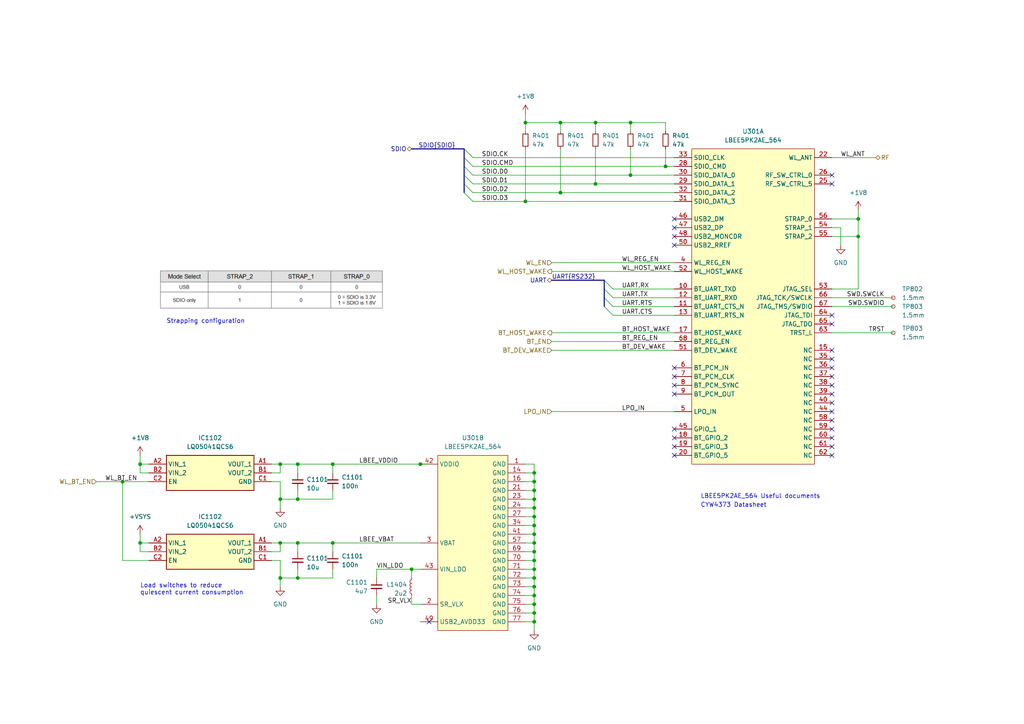
<source format=kicad_sch>
(kicad_sch (version 20230121) (generator eeschema)
  (paper "A4")
  (title_block (title "Watch Bluetooth") (rev "2"))
  (lib_symbols
    (symbol "Connector:TestPoint_Small" (pin_numbers hide) (pin_names (offset 0.762) hide)
      (property "Reference" "TP" (at 0 3.81 0))
      (property "Value" "TestPoint_Small" (at 0 2.032 0))
      (symbol "TestPoint_Small_0_1"
        (circle (center 0 0) (radius 0.508))
      )
      (symbol "TestPoint_Small_1_1"
        (pin passive line (at 0 0 90) (length 0) (name "1") (number "1"))
      )
    )
    (symbol "Device:C_Small" (pin_numbers hide) (pin_names (offset 0.254) hide)
      (property "Reference" "C" (at 0.254 1.778 0))
      (property "Value" "C_Small" (at 0.254 -2.032 0))
      (symbol "C_Small_0_1"
        (polyline (pts (xy -1.524 -0.508) (xy 1.524 -0.508)) (stroke (width 0.3302)))
        (polyline (pts (xy -1.524 0.508) (xy 1.524 0.508)) (stroke (width 0.3048)))
      )
      (symbol "C_Small_1_1"
        (pin passive line (at 0 2.54 270) (length 2.032) (name "~") (number "1"))
        (pin passive line (at 0 -2.54 90) (length 2.032) (name "~") (number "2"))
      )
    )
    (symbol "Device:L_Small" (pin_numbers hide) (pin_names (offset 0.254) hide)
      (property "Reference" "L" (at 0.762 1.016 0))
      (property "Value" "L_Small" (at 0.762 -1.016 0))
      (symbol "L_Small_0_1"
        (arc (start 0 -2.032) (mid 0.5058 -1.524) (end 0 -1.016))
        (arc (start 0 -1.016) (mid 0.5058 -0.508) (end 0 0))
        (arc (start 0 0) (mid 0.5058 0.508) (end 0 1.016))
        (arc (start 0 1.016) (mid 0.5058 1.524) (end 0 2.032))
      )
      (symbol "L_Small_1_1"
        (pin passive line (at 0 2.54 270) (length 0.508) (name "~") (number "1"))
        (pin passive line (at 0 -2.54 90) (length 0.508) (name "~") (number "2"))
      )
    )
    (symbol "Device:R_Small" (pin_numbers hide) (pin_names (offset 0.254) hide)
      (property "Reference" "R" (at 0.762 0.508 0))
      (property "Value" "R_Small" (at 0.762 -1.016 0))
      (symbol "R_Small_0_1"
        (rectangle (start -0.762 1.778) (end 0.762 -1.778) (stroke (width 0.2032)))
      )
      (symbol "R_Small_1_1"
        (pin passive line (at 0 2.54 270) (length 0.762) (name "~") (number "1"))
        (pin passive line (at 0 -2.54 90) (length 0.762) (name "~") (number "2"))
      )
    )
    (symbol "LBEE5PK2AE_564:LBEE5PK2AE_564"
      (property "Reference" "U" (at 0 30.48 0))
      (property "Value" "LBEE5PK2AE_564" (at 0 27.94 0))
      (symbol "LBEE5PK2AE_564_1_0"
        (pin passive line (at -22.86 -15.24 0) (length 5.08) (name "BT_UART_TXD") (number "10"))
        (pin passive line (at -22.86 -20.32 0) (length 5.08) (name "BT_UART_CTS_N") (number "11"))
        (pin passive line (at -22.86 -17.78 0) (length 5.08) (name "BT_UART_RXD") (number "12"))
        (pin passive line (at -22.86 -22.86 0) (length 5.08) (name "BT_UART_RTS_N") (number "13"))
        (pin passive line (at 22.86 -33.02 180) (length 5.08) (name "NC") (number "15"))
        (pin passive line (at -22.86 -27.94 0) (length 5.08) (name "BT_HOST_WAKE") (number "17"))
        (pin passive line (at -22.86 -58.42 0) (length 5.08) (name "BT_GPIO_2") (number "18"))
        (pin passive line (at -22.86 -60.96 0) (length 5.08) (name "BT_GPIO_3") (number "19"))
        (pin passive line (at -22.86 -63.5 0) (length 5.08) (name "BT_GPIO_5") (number "20"))
        (pin passive line (at 22.86 22.86 180) (length 5.08) (name "WL_ANT") (number "22"))
        (pin passive line (at 22.86 15.24 180) (length 5.08) (name "RF_SW_CTRL_5") (number "25"))
        (pin passive line (at 22.86 17.78 180) (length 5.08) (name "RF_SW_CTRL_0") (number "26"))
        (pin passive line (at -22.86 20.32 0) (length 5.08) (name "SDIO_CMD") (number "28"))
        (pin passive line (at -22.86 15.24 0) (length 5.08) (name "SDIO_DATA_1") (number "29"))
        (pin passive line (at -22.86 17.78 0) (length 5.08) (name "SDIO_DATA_0") (number "30"))
        (pin passive line (at -22.86 10.16 0) (length 5.08) (name "SDIO_DATA_3") (number "31"))
        (pin passive line (at -22.86 12.7 0) (length 5.08) (name "SDIO_DATA_2") (number "32"))
        (pin passive line (at -22.86 22.86 0) (length 5.08) (name "SDIO_CLK") (number "33"))
        (pin passive line (at 22.86 -35.56 180) (length 5.08) (name "NC") (number "35"))
        (pin passive line (at 22.86 -38.1 180) (length 5.08) (name "NC") (number "36"))
        (pin passive line (at 22.86 -40.64 180) (length 5.08) (name "NC") (number "37"))
        (pin passive line (at 22.86 -43.18 180) (length 5.08) (name "NC") (number "38"))
        (pin passive line (at 22.86 -45.72 180) (length 5.08) (name "NC") (number "39"))
        (pin passive line (at -22.86 -7.62 0) (length 5.08) (name "WL_REG_EN") (number "4"))
        (pin passive line (at 22.86 -48.26 180) (length 5.08) (name "NC") (number "40"))
        (pin passive line (at 22.86 -50.8 180) (length 5.08) (name "NC") (number "44"))
        (pin passive line (at -22.86 -55.88 0) (length 5.08) (name "GPIO_1") (number "45"))
        (pin passive line (at -22.86 5.08 0) (length 5.08) (name "USB2_DM") (number "46"))
        (pin passive line (at -22.86 2.54 0) (length 5.08) (name "USB2_DP") (number "47"))
        (pin passive line (at -22.86 0 0) (length 5.08) (name "USB2_MONCDR") (number "48"))
        (pin passive line (at -22.86 -50.8 0) (length 5.08) (name "LPO_IN") (number "5"))
        (pin passive line (at -22.86 -2.54 0) (length 5.08) (name "USB2_RREF") (number "50"))
        (pin passive line (at -22.86 -33.02 0) (length 5.08) (name "BT_DEV_WAKE") (number "51"))
        (pin passive line (at -22.86 -10.16 0) (length 5.08) (name "WL_HOST_WAKE") (number "52"))
        (pin passive line (at 22.86 -15.24 180) (length 5.08) (name "JTAG_SEL") (number "53"))
        (pin passive line (at 22.86 2.54 180) (length 5.08) (name "STRAP_1") (number "54"))
        (pin passive line (at 22.86 0 180) (length 5.08) (name "STRAP_2") (number "55"))
        (pin passive line (at 22.86 5.08 180) (length 5.08) (name "STRAP_0") (number "56"))
        (pin passive line (at 22.86 -53.34 180) (length 5.08) (name "NC") (number "58"))
        (pin passive line (at 22.86 -55.88 180) (length 5.08) (name "NC") (number "59"))
        (pin passive line (at -22.86 -38.1 0) (length 5.08) (name "BT_PCM_IN") (number "6"))
        (pin passive line (at 22.86 -58.42 180) (length 5.08) (name "NC") (number "60"))
        (pin passive line (at 22.86 -60.96 180) (length 5.08) (name "NC") (number "61"))
        (pin passive line (at 22.86 -63.5 180) (length 5.08) (name "NC") (number "62"))
        (pin passive line (at 22.86 -27.94 180) (length 5.08) (name "TRST_L") (number "63"))
        (pin passive line (at 22.86 -22.86 180) (length 5.08) (name "JTAG_TDI") (number "64"))
        (pin passive line (at 22.86 -25.4 180) (length 5.08) (name "JTAG_TDO") (number "65"))
        (pin passive line (at 22.86 -17.78 180) (length 5.08) (name "JTAG_TCK/SWCLK") (number "66"))
        (pin passive line (at 22.86 -20.32 180) (length 5.08) (name "JTAG_TMS/SWDIO") (number "67"))
        (pin passive line (at -22.86 -30.48 0) (length 5.08) (name "BT_REG_EN") (number "68"))
        (pin passive line (at -22.86 -40.64 0) (length 5.08) (name "BT_PCM_CLK") (number "7"))
        (pin passive line (at -22.86 -43.18 0) (length 5.08) (name "BT_PCM_SYNC") (number "8"))
        (pin passive line (at -22.86 -45.72 0) (length 5.08) (name "BT_PCM_OUT") (number "9"))
      )
      (symbol "LBEE5PK2AE_564_1_1"
        (rectangle (start -17.78 25.4) (end 17.78 -66.04) (fill (type background)))
      )
      (symbol "LBEE5PK2AE_564_2_0"
        (pin passive line (at 15.24 22.86 180) (length 5.08) (name "GND") (number "1"))
        (pin passive line (at 15.24 20.32 180) (length 5.08) (name "GND") (number "14"))
        (pin passive line (at 15.24 17.78 180) (length 5.08) (name "GND") (number "16"))
        (pin passive line (at -15.24 -17.78 0) (length 5.08) (name "SR_VLX") (number "2"))
        (pin passive line (at 15.24 15.24 180) (length 5.08) (name "GND") (number "21"))
        (pin passive line (at 15.24 12.7 180) (length 5.08) (name "GND") (number "23"))
        (pin passive line (at 15.24 10.16 180) (length 5.08) (name "GND") (number "24"))
        (pin passive line (at 15.24 7.62 180) (length 5.08) (name "GND") (number "27"))
        (pin passive line (at -15.24 0 0) (length 5.08) (name "VBAT") (number "3"))
        (pin passive line (at 15.24 5.08 180) (length 5.08) (name "GND") (number "34"))
        (pin passive line (at 15.24 2.54 180) (length 5.08) (name "GND") (number "41"))
        (pin passive line (at -15.24 22.86 0) (length 5.08) (name "VDDIO") (number "42"))
        (pin passive line (at -15.24 -7.62 0) (length 5.08) (name "VIN_LDO") (number "43"))
        (pin passive line (at -15.24 -22.86 0) (length 5.08) (name "USB2_AVDD33") (number "49"))
        (pin passive line (at 15.24 0 180) (length 5.08) (name "GND") (number "57"))
        (pin passive line (at 15.24 -2.54 180) (length 5.08) (name "GND") (number "69"))
        (pin passive line (at 15.24 -5.08 180) (length 5.08) (name "GND") (number "70"))
        (pin passive line (at 15.24 -7.62 180) (length 5.08) (name "GND") (number "71"))
        (pin passive line (at 15.24 -10.16 180) (length 5.08) (name "GND") (number "72"))
        (pin passive line (at 15.24 -12.7 180) (length 5.08) (name "GND") (number "73"))
        (pin passive line (at 15.24 -15.24 180) (length 5.08) (name "GND") (number "74"))
        (pin passive line (at 15.24 -17.78 180) (length 5.08) (name "GND") (number "75"))
        (pin passive line (at 15.24 -20.32 180) (length 5.08) (name "GND") (number "76"))
        (pin passive line (at 15.24 -22.86 180) (length 5.08) (name "GND") (number "77"))
      )
      (symbol "LBEE5PK2AE_564_2_1"
        (rectangle (start -10.16 25.4) (end 10.16 -25.4) (fill (type background)))
      )
    )
    (symbol "LBEE5PK2AE_564_1"
      (property "Reference" "U" (at 0 30.48 0))
      (property "Value" "LBEE5PK2AE_564" (at 0 27.94 0))
      (symbol "LBEE5PK2AE_564_1_1_0"
        (pin passive line (at -22.86 -15.24 0) (length 5.08) (name "BT_UART_TXD") (number "10"))
        (pin passive line (at -22.86 -20.32 0) (length 5.08) (name "BT_UART_CTS_N") (number "11"))
        (pin passive line (at -22.86 -17.78 0) (length 5.08) (name "BT_UART_RXD") (number "12"))
        (pin passive line (at -22.86 -22.86 0) (length 5.08) (name "BT_UART_RTS_N") (number "13"))
        (pin passive line (at 22.86 -33.02 180) (length 5.08) (name "NC") (number "15"))
        (pin passive line (at -22.86 -27.94 0) (length 5.08) (name "BT_HOST_WAKE") (number "17"))
        (pin passive line (at -22.86 -58.42 0) (length 5.08) (name "BT_GPIO_2") (number "18"))
        (pin passive line (at -22.86 -60.96 0) (length 5.08) (name "BT_GPIO_3") (number "19"))
        (pin passive line (at -22.86 -63.5 0) (length 5.08) (name "BT_GPIO_5") (number "20"))
        (pin passive line (at 22.86 22.86 180) (length 5.08) (name "WL_ANT") (number "22"))
        (pin passive line (at 22.86 15.24 180) (length 5.08) (name "RF_SW_CTRL_5") (number "25"))
        (pin passive line (at 22.86 17.78 180) (length 5.08) (name "RF_SW_CTRL_0") (number "26"))
        (pin passive line (at -22.86 20.32 0) (length 5.08) (name "SDIO_CMD") (number "28"))
        (pin passive line (at -22.86 15.24 0) (length 5.08) (name "SDIO_DATA_1") (number "29"))
        (pin passive line (at -22.86 17.78 0) (length 5.08) (name "SDIO_DATA_0") (number "30"))
        (pin passive line (at -22.86 10.16 0) (length 5.08) (name "SDIO_DATA_3") (number "31"))
        (pin passive line (at -22.86 12.7 0) (length 5.08) (name "SDIO_DATA_2") (number "32"))
        (pin passive line (at -22.86 22.86 0) (length 5.08) (name "SDIO_CLK") (number "33"))
        (pin passive line (at 22.86 -35.56 180) (length 5.08) (name "NC") (number "35"))
        (pin passive line (at 22.86 -38.1 180) (length 5.08) (name "NC") (number "36"))
        (pin passive line (at 22.86 -40.64 180) (length 5.08) (name "NC") (number "37"))
        (pin passive line (at 22.86 -43.18 180) (length 5.08) (name "NC") (number "38"))
        (pin passive line (at 22.86 -45.72 180) (length 5.08) (name "NC") (number "39"))
        (pin passive line (at -22.86 -7.62 0) (length 5.08) (name "WL_REG_EN") (number "4"))
        (pin passive line (at 22.86 -48.26 180) (length 5.08) (name "NC") (number "40"))
        (pin passive line (at 22.86 -50.8 180) (length 5.08) (name "NC") (number "44"))
        (pin passive line (at -22.86 -55.88 0) (length 5.08) (name "GPIO_1") (number "45"))
        (pin passive line (at -22.86 5.08 0) (length 5.08) (name "USB2_DM") (number "46"))
        (pin passive line (at -22.86 2.54 0) (length 5.08) (name "USB2_DP") (number "47"))
        (pin passive line (at -22.86 0 0) (length 5.08) (name "USB2_MONCDR") (number "48"))
        (pin passive line (at -22.86 -50.8 0) (length 5.08) (name "LPO_IN") (number "5"))
        (pin passive line (at -22.86 -2.54 0) (length 5.08) (name "USB2_RREF") (number "50"))
        (pin passive line (at -22.86 -33.02 0) (length 5.08) (name "BT_DEV_WAKE") (number "51"))
        (pin passive line (at -22.86 -10.16 0) (length 5.08) (name "WL_HOST_WAKE") (number "52"))
        (pin passive line (at 22.86 -15.24 180) (length 5.08) (name "JTAG_SEL") (number "53"))
        (pin passive line (at 22.86 2.54 180) (length 5.08) (name "STRAP_1") (number "54"))
        (pin passive line (at 22.86 0 180) (length 5.08) (name "STRAP_2") (number "55"))
        (pin passive line (at 22.86 5.08 180) (length 5.08) (name "STRAP_0") (number "56"))
        (pin passive line (at 22.86 -53.34 180) (length 5.08) (name "NC") (number "58"))
        (pin passive line (at 22.86 -55.88 180) (length 5.08) (name "NC") (number "59"))
        (pin passive line (at -22.86 -38.1 0) (length 5.08) (name "BT_PCM_IN") (number "6"))
        (pin passive line (at 22.86 -58.42 180) (length 5.08) (name "NC") (number "60"))
        (pin passive line (at 22.86 -60.96 180) (length 5.08) (name "NC") (number "61"))
        (pin passive line (at 22.86 -63.5 180) (length 5.08) (name "NC") (number "62"))
        (pin passive line (at 22.86 -27.94 180) (length 5.08) (name "TRST_L") (number "63"))
        (pin passive line (at 22.86 -22.86 180) (length 5.08) (name "JTAG_TDI") (number "64"))
        (pin passive line (at 22.86 -25.4 180) (length 5.08) (name "JTAG_TDO") (number "65"))
        (pin passive line (at 22.86 -17.78 180) (length 5.08) (name "JTAG_TCK/SWCLK") (number "66"))
        (pin passive line (at 22.86 -20.32 180) (length 5.08) (name "JTAG_TMS/SWDIO") (number "67"))
        (pin passive line (at -22.86 -30.48 0) (length 5.08) (name "BT_REG_EN") (number "68"))
        (pin passive line (at -22.86 -40.64 0) (length 5.08) (name "BT_PCM_CLK") (number "7"))
        (pin passive line (at -22.86 -43.18 0) (length 5.08) (name "BT_PCM_SYNC") (number "8"))
        (pin passive line (at -22.86 -45.72 0) (length 5.08) (name "BT_PCM_OUT") (number "9"))
      )
      (symbol "LBEE5PK2AE_564_1_1_1"
        (rectangle (start -17.78 25.4) (end 17.78 -66.04) (fill (type background)))
      )
      (symbol "LBEE5PK2AE_564_1_2_0"
        (pin passive line (at 15.24 22.86 180) (length 5.08) (name "GND") (number "1"))
        (pin passive line (at 15.24 20.32 180) (length 5.08) (name "GND") (number "14"))
        (pin passive line (at 15.24 17.78 180) (length 5.08) (name "GND") (number "16"))
        (pin passive line (at -15.24 -7.62 0) (length 5.08) (name "SR_VLX") (number "2"))
        (pin passive line (at 15.24 15.24 180) (length 5.08) (name "GND") (number "21"))
        (pin passive line (at 15.24 12.7 180) (length 5.08) (name "GND") (number "23"))
        (pin passive line (at 15.24 10.16 180) (length 5.08) (name "GND") (number "24"))
        (pin passive line (at 15.24 7.62 180) (length 5.08) (name "GND") (number "27"))
        (pin passive line (at -15.24 12.7 0) (length 5.08) (name "VBAT") (number "3"))
        (pin passive line (at 15.24 5.08 180) (length 5.08) (name "GND") (number "34"))
        (pin passive line (at 15.24 2.54 180) (length 5.08) (name "GND") (number "41"))
        (pin passive line (at -15.24 22.86 0) (length 5.08) (name "VDDIO") (number "42"))
        (pin passive line (at -15.24 2.54 0) (length 5.08) (name "VIN_LDO") (number "43"))
        (pin passive line (at -15.24 -22.86 0) (length 5.08) (name "USB2_AVDD33") (number "49"))
        (pin passive line (at 15.24 0 180) (length 5.08) (name "GND") (number "57"))
        (pin passive line (at 15.24 -2.54 180) (length 5.08) (name "GND") (number "69"))
        (pin passive line (at 15.24 -5.08 180) (length 5.08) (name "GND") (number "70"))
        (pin passive line (at 15.24 -7.62 180) (length 5.08) (name "GND") (number "71"))
        (pin passive line (at 15.24 -10.16 180) (length 5.08) (name "GND") (number "72"))
        (pin passive line (at 15.24 -12.7 180) (length 5.08) (name "GND") (number "73"))
        (pin passive line (at 15.24 -15.24 180) (length 5.08) (name "GND") (number "74"))
        (pin passive line (at 15.24 -17.78 180) (length 5.08) (name "GND") (number "75"))
        (pin passive line (at 15.24 -20.32 180) (length 5.08) (name "GND") (number "76"))
        (pin passive line (at 15.24 -22.86 180) (length 5.08) (name "GND") (number "77"))
      )
      (symbol "LBEE5PK2AE_564_1_2_1"
        (rectangle (start -10.16 25.4) (end 10.16 -25.4) (fill (type background)))
      )
    )
    (symbol "LQ05041QCS6:LQ05041QCS6"
      (property "Reference" "U" (at 0 10.16 0))
      (property "Value" "LQ05041QCS6" (at 0 7.62 0))
      (symbol "LQ05041QCS6_1_1"
        (rectangle (start -12.7 5.08) (end 12.7 -5.08) (stroke (width 0.254)) (fill (type background)))
        (pin passive line (at 17.78 2.54 180) (length 5.08) (name "VOUT_1") (number "A1"))
        (pin passive line (at -17.78 2.54 0) (length 5.08) (name "VIN_1") (number "A2"))
        (pin passive line (at 17.78 0 180) (length 5.08) (name "VOUT_2") (number "B1"))
        (pin passive line (at -17.78 0 0) (length 5.08) (name "VIN_2") (number "B2"))
        (pin passive line (at 17.78 -2.54 180) (length 5.08) (name "GND") (number "C1"))
        (pin passive line (at -17.78 -2.54 0) (length 5.08) (name "EN") (number "C2"))
      )
    )
    (symbol "power:+1V8" (power) (pin_names (offset 0))
      (property "Value" "+1V8" (at 0 3.556 0))
      (symbol "+1V8_0_1"
        (polyline (pts (xy -0.762 1.27) (xy 0 2.54)))
        (polyline (pts (xy 0 0) (xy 0 2.54)))
        (polyline (pts (xy 0 2.54) (xy 0.762 1.27)))
      )
      (symbol "+1V8_1_1"
        (pin power_in line (at 0 0 90) (length 0) hide (name "+1V8") (number "1"))
      )
    )
    (symbol "power:GND" (power) (pin_names (offset 0))
      (property "Value" "GND" (at 0 -3.81 0))
      (symbol "GND_0_1"
        (polyline (pts (xy 0 0) (xy 0 -1.27) (xy 1.27 -1.27) (xy 0 -2.54) (xy -1.27 -1.27) (xy 0 -1.27)))
      )
      (symbol "GND_1_1"
        (pin power_in line (at 0 0 270) (length 0) hide (name "GND") (number "1"))
      )
    )
    (symbol "watch_symbols_lib:+VSYS" (power) (pin_names (offset 0))
      (property "Value" "+VSYS" (at 0 3.556 0))
      (symbol "+VSYS_0_1"
        (polyline (pts (xy -0.762 1.27) (xy 0 2.54)))
        (polyline (pts (xy 0 0) (xy 0 2.54)))
        (polyline (pts (xy 0 2.54) (xy 0.762 1.27)))
      )
      (symbol "+VSYS_1_1"
        (pin power_in line (at 0 0 90) (length 0) hide (name "+VSYS") (number "1"))
      )
    )
  )
  (junction (at 248.92 68.58))
  (junction (at 81.28 157.48))
  (junction (at 248.92 63.5))
  (junction (at 152.4 58.42))
  (junction (at 154.94 162.56))
  (junction (at 154.94 180.34))
  (junction (at 162.56 35.56))
  (junction (at 86.36 134.62))
  (junction (at 154.94 152.4))
  (junction (at 154.94 149.86))
  (junction (at 193.04 48.26))
  (junction (at 40.64 134.62))
  (junction (at 154.94 160.02))
  (junction (at 172.72 35.56))
  (junction (at 81.28 134.62))
  (junction (at 154.94 154.94))
  (junction (at 154.94 139.7))
  (junction (at 154.94 175.26))
  (junction (at 154.94 142.24))
  (junction (at 86.36 144.78))
  (junction (at 96.52 157.48))
  (junction (at 96.52 134.62))
  (junction (at 81.28 167.64))
  (junction (at 121.92 134.62))
  (junction (at 154.94 165.1))
  (junction (at 154.94 177.8))
  (junction (at 81.28 144.78))
  (junction (at 172.72 53.34))
  (junction (at 154.94 137.16))
  (junction (at 35.56 139.7))
  (junction (at 86.36 157.48))
  (junction (at 86.36 167.64))
  (junction (at 40.64 157.48))
  (junction (at 152.4 35.56))
  (junction (at 154.94 172.72))
  (junction (at 154.94 144.78))
  (junction (at 154.94 170.18))
  (junction (at 154.94 157.48))
  (junction (at 162.56 55.88))
  (junction (at 154.94 167.64))
  (junction (at 154.94 147.32))
  (junction (at 182.88 50.8))
  (junction (at 119.38 165.1))
  (junction (at 182.88 35.56))
  (no_connect (at 241.3 93.98))
  (no_connect (at 241.3 101.6))
  (no_connect (at 241.3 119.38))
  (no_connect (at 195.58 63.5))
  (no_connect (at 195.58 114.3))
  (no_connect (at 241.3 129.54))
  (no_connect (at 241.3 109.22))
  (no_connect (at 241.3 124.46))
  (no_connect (at 241.3 116.84))
  (no_connect (at 241.3 111.76))
  (no_connect (at 124.46 180.34))
  (no_connect (at 195.58 124.46))
  (no_connect (at 241.3 121.92))
  (no_connect (at 241.3 50.8))
  (no_connect (at 241.3 104.14))
  (no_connect (at 241.3 114.3))
  (no_connect (at 195.58 66.04))
  (no_connect (at 241.3 53.34))
  (no_connect (at 241.3 132.08))
  (no_connect (at 195.58 129.54))
  (no_connect (at 195.58 106.68))
  (no_connect (at 195.58 109.22))
  (no_connect (at 195.58 71.12))
  (no_connect (at 195.58 111.76))
  (no_connect (at 195.58 68.58))
  (no_connect (at 195.58 127))
  (no_connect (at 241.3 106.68))
  (no_connect (at 241.3 91.44))
  (no_connect (at 241.3 127))
  (no_connect (at 195.58 132.08))
  (bus_entry (at 175.26 86.36) (size 2.54 2.54))
  (bus_entry (at 134.62 45.72) (size 2.54 2.54))
  (bus_entry (at 134.62 53.34) (size 2.54 2.54))
  (bus_entry (at 175.26 83.82) (size 2.54 2.54))
  (bus_entry (at 175.26 88.9) (size 2.54 2.54))
  (bus_entry (at 175.26 81.28) (size 2.54 2.54))
  (bus_entry (at 134.62 55.88) (size 2.54 2.54))
  (bus_entry (at 134.62 43.18) (size 2.54 2.54))
  (bus_entry (at 134.62 50.8) (size 2.54 2.54))
  (bus_entry (at 134.62 48.26) (size 2.54 2.54))
  (wire (pts (xy 81.28 134.62) (xy 86.36 134.62)))
  (wire (pts (xy 172.72 35.56) (xy 172.72 38.1)))
  (wire (pts (xy 137.16 48.26) (xy 193.04 48.26)))
  (wire (pts (xy 154.94 165.1) (xy 154.94 167.64)))
  (wire (pts (xy 154.94 142.24) (xy 154.94 144.78)))
  (wire (pts (xy 43.18 137.16) (xy 40.64 137.16)))
  (wire (pts (xy 137.16 58.42) (xy 152.4 58.42)))
  (wire (pts (xy 109.22 172.72) (xy 109.22 175.26)))
  (wire (pts (xy 137.16 55.88) (xy 162.56 55.88)))
  (wire (pts (xy 35.56 139.7) (xy 43.18 139.7)))
  (wire (pts (xy 78.74 162.56) (xy 81.28 162.56)))
  (wire (pts (xy 154.94 139.7) (xy 154.94 142.24)))
  (wire (pts (xy 154.94 177.8) (xy 152.4 177.8)))
  (wire (pts (xy 154.94 157.48) (xy 154.94 160.02)))
  (wire (pts (xy 241.3 63.5) (xy 248.92 63.5)))
  (wire (pts (xy 40.64 134.62) (xy 40.64 137.16)))
  (wire (pts (xy 35.56 162.56) (xy 43.18 162.56)))
  (wire (pts (xy 43.18 134.62) (xy 40.64 134.62)))
  (wire (pts (xy 193.04 43.18) (xy 193.04 48.26)))
  (wire (pts (xy 241.3 96.52) (xy 259.08 96.52)))
  (wire (pts (xy 81.28 144.78) (xy 81.28 147.32)))
  (wire (pts (xy 152.4 35.56) (xy 152.4 38.1)))
  (wire (pts (xy 40.64 157.48) (xy 40.64 160.02)))
  (wire (pts (xy 81.28 139.7) (xy 81.28 144.78)))
  (wire (pts (xy 154.94 144.78) (xy 154.94 147.32)))
  (bus (pts (xy 175.26 86.36) (xy 175.26 88.9)))
  (wire (pts (xy 81.28 167.64) (xy 81.28 170.18)))
  (wire (pts (xy 119.38 172.72) (xy 119.38 175.26)))
  (wire (pts (xy 96.52 157.48) (xy 86.36 157.48)))
  (wire (pts (xy 177.8 83.82) (xy 195.58 83.82)))
  (wire (pts (xy 248.92 68.58) (xy 248.92 83.82)))
  (wire (pts (xy 154.94 160.02) (xy 152.4 160.02)))
  (wire (pts (xy 119.38 167.64) (xy 119.38 165.1)))
  (bus (pts (xy 175.26 81.28) (xy 175.26 83.82)))
  (wire (pts (xy 154.94 149.86) (xy 154.94 152.4)))
  (wire (pts (xy 40.64 157.48) (xy 43.18 157.48)))
  (wire (pts (xy 193.04 35.56) (xy 193.04 38.1)))
  (wire (pts (xy 154.94 167.64) (xy 152.4 167.64)))
  (wire (pts (xy 40.64 132.08) (xy 40.64 134.62)))
  (wire (pts (xy 154.94 154.94) (xy 152.4 154.94)))
  (wire (pts (xy 241.3 88.9) (xy 259.08 88.9)))
  (wire (pts (xy 27.94 139.7) (xy 35.56 139.7)))
  (wire (pts (xy 160.02 119.38) (xy 195.58 119.38)))
  (wire (pts (xy 152.4 43.18) (xy 152.4 58.42)))
  (wire (pts (xy 248.92 60.96) (xy 248.92 63.5)))
  (wire (pts (xy 35.56 139.7) (xy 35.56 162.56)))
  (wire (pts (xy 160.02 76.2) (xy 195.58 76.2)))
  (wire (pts (xy 177.8 86.36) (xy 195.58 86.36)))
  (wire (pts (xy 96.52 134.62) (xy 121.92 134.62)))
  (wire (pts (xy 152.4 58.42) (xy 195.58 58.42)))
  (wire (pts (xy 154.94 172.72) (xy 154.94 175.26)))
  (wire (pts (xy 162.56 35.56) (xy 172.72 35.56)))
  (wire (pts (xy 78.74 157.48) (xy 81.28 157.48)))
  (wire (pts (xy 78.74 134.62) (xy 81.28 134.62)))
  (wire (pts (xy 86.36 144.78) (xy 96.52 144.78)))
  (wire (pts (xy 96.52 165.1) (xy 96.52 167.64)))
  (wire (pts (xy 109.22 167.64) (xy 109.22 165.1)))
  (wire (pts (xy 78.74 160.02) (xy 81.28 160.02)))
  (wire (pts (xy 86.36 165.1) (xy 86.36 167.64)))
  (wire (pts (xy 160.02 101.6) (xy 195.58 101.6)))
  (wire (pts (xy 172.72 35.56) (xy 182.88 35.56)))
  (wire (pts (xy 182.88 35.56) (xy 193.04 35.56)))
  (wire (pts (xy 154.94 157.48) (xy 152.4 157.48)))
  (wire (pts (xy 137.16 45.72) (xy 195.58 45.72)))
  (wire (pts (xy 154.94 180.34) (xy 152.4 180.34)))
  (wire (pts (xy 154.94 167.64) (xy 154.94 170.18)))
  (wire (pts (xy 160.02 78.74) (xy 195.58 78.74)))
  (wire (pts (xy 182.88 43.18) (xy 182.88 50.8)))
  (wire (pts (xy 182.88 35.56) (xy 182.88 38.1)))
  (wire (pts (xy 96.52 134.62) (xy 86.36 134.62)))
  (wire (pts (xy 154.94 175.26) (xy 152.4 175.26)))
  (wire (pts (xy 96.52 142.24) (xy 96.52 144.78)))
  (wire (pts (xy 154.94 165.1) (xy 152.4 165.1)))
  (wire (pts (xy 162.56 55.88) (xy 195.58 55.88)))
  (wire (pts (xy 243.84 66.04) (xy 241.3 66.04)))
  (wire (pts (xy 154.94 134.62) (xy 154.94 137.16)))
  (wire (pts (xy 81.28 134.62) (xy 81.28 137.16)))
  (wire (pts (xy 154.94 162.56) (xy 152.4 162.56)))
  (wire (pts (xy 254 45.72) (xy 241.3 45.72)))
  (wire (pts (xy 78.74 137.16) (xy 81.28 137.16)))
  (wire (pts (xy 86.36 167.64) (xy 96.52 167.64)))
  (wire (pts (xy 154.94 149.86) (xy 152.4 149.86)))
  (bus (pts (xy 134.62 48.26) (xy 134.62 50.8)))
  (wire (pts (xy 154.94 147.32) (xy 152.4 147.32)))
  (wire (pts (xy 121.92 134.62) (xy 124.46 134.62)))
  (bus (pts (xy 134.62 43.18) (xy 119.38 43.18)))
  (wire (pts (xy 43.18 160.02) (xy 40.64 160.02)))
  (bus (pts (xy 134.62 53.34) (xy 134.62 55.88)))
  (wire (pts (xy 154.94 172.72) (xy 152.4 172.72)))
  (wire (pts (xy 241.3 68.58) (xy 248.92 68.58)))
  (wire (pts (xy 154.94 147.32) (xy 154.94 149.86)))
  (wire (pts (xy 81.28 144.78) (xy 86.36 144.78)))
  (wire (pts (xy 154.94 137.16) (xy 152.4 137.16)))
  (wire (pts (xy 137.16 50.8) (xy 182.88 50.8)))
  (wire (pts (xy 154.94 144.78) (xy 152.4 144.78)))
  (wire (pts (xy 119.38 165.1) (xy 121.92 165.1)))
  (wire (pts (xy 152.4 35.56) (xy 162.56 35.56)))
  (wire (pts (xy 96.52 157.48) (xy 121.92 157.48)))
  (wire (pts (xy 81.28 157.48) (xy 86.36 157.48)))
  (wire (pts (xy 81.28 157.48) (xy 81.28 160.02)))
  (wire (pts (xy 154.94 177.8) (xy 154.94 180.34)))
  (wire (pts (xy 40.64 154.94) (xy 40.64 157.48)))
  (wire (pts (xy 172.72 53.34) (xy 195.58 53.34)))
  (bus (pts (xy 134.62 50.8) (xy 134.62 53.34)))
  (wire (pts (xy 243.84 66.04) (xy 243.84 71.12)))
  (wire (pts (xy 154.94 160.02) (xy 154.94 162.56)))
  (wire (pts (xy 154.94 170.18) (xy 152.4 170.18)))
  (wire (pts (xy 81.28 162.56) (xy 81.28 167.64)))
  (wire (pts (xy 154.94 152.4) (xy 154.94 154.94)))
  (wire (pts (xy 154.94 154.94) (xy 154.94 157.48)))
  (wire (pts (xy 154.94 142.24) (xy 152.4 142.24)))
  (wire (pts (xy 154.94 134.62) (xy 152.4 134.62)))
  (wire (pts (xy 160.02 96.52) (xy 195.58 96.52)))
  (wire (pts (xy 86.36 157.48) (xy 86.36 160.02)))
  (wire (pts (xy 119.38 175.26) (xy 121.92 175.26)))
  (wire (pts (xy 177.8 91.44) (xy 195.58 91.44)))
  (wire (pts (xy 96.52 160.02) (xy 96.52 157.48)))
  (bus (pts (xy 175.26 81.28) (xy 160.02 81.28)))
  (wire (pts (xy 154.94 139.7) (xy 152.4 139.7)))
  (wire (pts (xy 172.72 43.18) (xy 172.72 53.34)))
  (bus (pts (xy 134.62 45.72) (xy 134.62 48.26)))
  (wire (pts (xy 154.94 170.18) (xy 154.94 172.72)))
  (wire (pts (xy 182.88 50.8) (xy 195.58 50.8)))
  (wire (pts (xy 86.36 142.24) (xy 86.36 144.78)))
  (wire (pts (xy 162.56 35.56) (xy 162.56 38.1)))
  (wire (pts (xy 109.22 165.1) (xy 119.38 165.1)))
  (wire (pts (xy 193.04 48.26) (xy 195.58 48.26)))
  (wire (pts (xy 162.56 43.18) (xy 162.56 55.88)))
  (wire (pts (xy 177.8 88.9) (xy 195.58 88.9)))
  (bus (pts (xy 175.26 83.82) (xy 175.26 86.36)))
  (wire (pts (xy 154.94 137.16) (xy 154.94 139.7)))
  (wire (pts (xy 152.4 33.02) (xy 152.4 35.56)))
  (wire (pts (xy 154.94 175.26) (xy 154.94 177.8)))
  (wire (pts (xy 241.3 86.36) (xy 259.08 86.36)))
  (bus (pts (xy 134.62 43.18) (xy 134.62 45.72)))
  (wire (pts (xy 137.16 53.34) (xy 172.72 53.34)))
  (wire (pts (xy 160.02 99.06) (xy 195.58 99.06)))
  (wire (pts (xy 248.92 63.5) (xy 248.92 68.58)))
  (wire (pts (xy 78.74 139.7) (xy 81.28 139.7)))
  (wire (pts (xy 154.94 152.4) (xy 152.4 152.4)))
  (wire (pts (xy 96.52 137.16) (xy 96.52 134.62)))
  (wire (pts (xy 241.3 83.82) (xy 248.92 83.82)))
  (wire (pts (xy 81.28 167.64) (xy 86.36 167.64)))
  (wire (pts (xy 86.36 134.62) (xy 86.36 137.16)))
  (wire (pts (xy 154.94 180.34) (xy 154.94 182.88)))
  (wire (pts (xy 154.94 162.56) (xy 154.94 165.1)))
  (image (at 78.74 83.82) (scale 1.14875))
  (text "Strapping configuration" (at 48.26 93.98 0) (effects (font (size 1.27 1.27)) (justify left bottom)))
  (text "LBEE5PK2AE_564 Useful documents" (at 203.2 144.78 0) (effects (font (size 1.27 1.27)) (justify left bottom)))
  (text "Load switches to reduce\nquiescent current consumption" (at 40.64 172.72 0) (effects (font (size 1.27 1.27)) (justify left bottom)))
  (text "CYW4373 Datasheet" (at 203.2 147.32 0) (effects (font (size 1.27 1.27)) (justify left bottom)))
  (label "SWD.SWCLK" (at 256.54 86.36 180))
  (label "SDIO.D2" (at 139.7 55.88 0))
  (label "BT_REG_EN" (at 180.34 99.06 0))
  (label "LBEE_VBAT" (at 104.14 157.48 0))
  (label "VIN_LDO" (at 109.22 165.1 0))
  (label "UART.RTS" (at 180.34 88.9 0))
  (label "SDIO.CMD" (at 139.7 48.26 0))
  (label "UART.RX" (at 180.34 83.82 0))
  (label "SWD.SWDIO" (at 256.54 88.9 180))
  (label "SDIO{SDIO}" (at 132.08 43.18 180))
  (label "WL_HOST_WAKE" (at 180.34 78.74 0))
  (label "SDIO.D1" (at 139.7 53.34 0))
  (label "UART.TX" (at 180.34 86.36 0))
  (label "WL_BT_EN" (at 30.48 139.7 0))
  (label "BT_DEV_WAKE" (at 180.34 101.6 0))
  (label "LBEE_VDDIO" (at 104.14 134.62 0))
  (label "UART.CTS" (at 180.34 91.44 0))
  (label "WL_REG_EN" (at 180.34 76.2 0))
  (label "SDIO.D3" (at 139.7 58.42 0))
  (label "LPO_IN" (at 180.34 119.38 0))
  (label "BT_HOST_WAKE" (at 180.34 96.52 0))
  (label "WL_ANT" (at 243.84 45.72 0))
  (label "SR_VLX" (at 119.38 175.26 180))
  (label "TRST" (at 256.54 96.52 180))
  (label "SDIO.D0" (at 139.7 50.8 0))
  (label "SDIO.CK" (at 139.7 45.72 0))
  (label "UART{RS232}" (at 172.72 81.28 180))
  (hierarchical_label "BT_HOST_WAKE" (shape output) (at 160.02 96.52 180))
  (hierarchical_label "WL_EN" (shape input) (at 160.02 76.2 180))
  (hierarchical_label "BT_DEV_WAKE" (shape input) (at 160.02 101.6 180))
  (hierarchical_label "UART" (shape bidirectional) (at 160.02 81.28 180))
  (hierarchical_label "RF" (shape bidirectional) (at 254 45.72 0))
  (hierarchical_label "SDIO" (shape bidirectional) (at 119.38 43.18 180) (property "DSI" "DSI" (effects hide)))
  (hierarchical_label "BT_EN" (shape input) (at 160.02 99.06 180))
  (hierarchical_label "WL_HOST_WAKE" (shape output) (at 160.02 78.74 180))
  (hierarchical_label "LPO_IN" (shape input) (at 160.02 119.38 180))
  (hierarchical_label "WL_BT_EN" (shape input) (at 27.94 139.7 180))
  (symbol (lib_id "power:GND") (at 243.84 71.12 0) (unit 1)
    (property "Reference" "#PWR0305" (effects hide))
    (property "Value" "GND" (at 243.84 76.2 0))
  )
  (symbol (lib_id "power:+1V8") (at 248.92 60.96 0) (unit 1)
    (property "Reference" "#PWR0304" (effects hide))
    (property "Value" "+1V8" (at 248.92 55.88 0))
  )
  (symbol (lib_id "Device:R_Small") (at 162.56 40.64 0) (mirror y) (unit 1)
    (property "Reference" "R401" (at 164.465 39.37 0) (effects (justify right)))
    (property "Value" "47k" (at 164.465 41.91 0) (effects (justify right)))
    (property "Footprint" "Resistor_SMD:R_0402_1005Metric" (effects hide))
    (instances (project "watch_main" (path "" (reference "R401") (unit 1)) (path "" (reference "R301") (unit 1))))
  )
  (symbol (lib_id "Device:R_Small") (at 152.4 40.64 0) (mirror y) (unit 1)
    (property "Reference" "R401" (at 154.305 39.37 0) (effects (justify right)))
    (property "Value" "47k" (at 154.305 41.91 0) (effects (justify right)))
    (property "Footprint" "Resistor_SMD:R_0402_1005Metric" (effects hide))
    (instances (project "watch_main" (path "" (reference "R401") (unit 1)) (path "" (reference "R304") (unit 1))))
  )
  (symbol (lib_id "Device:R_Small") (at 193.04 40.64 0) (mirror y) (unit 1)
    (property "Reference" "R401" (at 194.945 39.37 0) (effects (justify right)))
    (property "Value" "47k" (at 194.945 41.91 0) (effects (justify right)))
    (property "Footprint" "Resistor_SMD:R_0402_1005Metric" (effects hide))
    (instances (project "watch_main" (path "" (reference "R401") (unit 1)) (path "" (reference "R305") (unit 1))))
  )
  (symbol (lib_id "Device:C_Small") (at 96.52 139.7 0) (unit 1)
    (property "Reference" "C1101" (at 99.06 138.4363 0) (effects (justify left)))
    (property "Value" "100n" (at 99.06 140.9763 0) (effects (justify left)))
    (property "Footprint" "Capacitor_SMD:C_0402_1005Metric" (effects hide))
    (instances (project "watch_main" (path "" (reference "C1101") (unit 1)) (path "" (reference "C1701") (unit 1)) (path "" (reference "C307") (unit 1))))
  )
  (symbol (lib_id "LQ05041QCS6:LQ05041QCS6") (at 60.96 160.02 0) (unit 1)
    (property "Reference" "IC1102" (at 60.96 149.86 0))
    (property "Value" "LQ05041QCS6" (at 60.96 152.4 0))
    (property "Footprint" "watch_footprints:BGA6C50P2X3_97X147X60" (effects hide))
    (property "Datasheet" "https://www.littelfuse.com/media?resourcetype=datasheets&itemid=8787325e-5ddb-4bd3-a7f1-251b9f90d73b&filename=littelfuse-protection-ic-lq05041qcs6-datasheet" (effects hide))
    (property "Height" "0.6" (effects hide))
    (property "Manufacturer_Name" "LITTELFUSE" (effects hide))
    (property "Manufacturer_Part_Number" "LQ05041QCS6" (effects hide))
    (instances (project "watch_main" (path "" (reference "IC1102") (unit 1)) (path "" (reference "IC302") (unit 1))))
  )
  (symbol (lib_id "Connector:TestPoint_Small") (at 259.08 88.9 0) (unit 1)
    (property "Reference" "TP803" (at 261.62 88.9 0) (effects (justify left)))
    (property "Value" "1.5mm" (at 261.62 91.44 0) (effects (justify left)))
    (property "Footprint" "TestPoint:TestPoint_Pad_D1.5mm" (effects hide))
    (instances (project "watch_main" (path "" (reference "TP803") (unit 1)) (path "" (reference "TP302") (unit 1))))
  )
  (symbol (lib_id "Device:R_Small") (at 182.88 40.64 0) (mirror y) (unit 1)
    (property "Reference" "R401" (at 184.785 39.37 0) (effects (justify right)))
    (property "Value" "47k" (at 184.785 41.91 0) (effects (justify right)))
    (property "Footprint" "Resistor_SMD:R_0402_1005Metric" (effects hide))
    (instances (project "watch_main" (path "" (reference "R401") (unit 1)) (path "" (reference "R303") (unit 1))))
  )
  (symbol (lib_id "watch_symbols_lib:+VSYS") (at 40.64 154.94 0) (unit 1)
    (property "Reference" "#PWR0103" (effects hide))
    (property "Value" "+VSYS" (at 40.64 149.86 0))
    (instances (project "watch_main" (path "" (reference "#PWR0103") (unit 1)) (path "" (reference "#PWR0303") (unit 1))))
  )
  (symbol (lib_id "LQ05041QCS6:LQ05041QCS6") (at 60.96 137.16 0) (unit 1)
    (property "Reference" "IC1102" (at 60.96 127 0))
    (property "Value" "LQ05041QCS6" (at 60.96 129.54 0))
    (property "Footprint" "watch_footprints:BGA6C50P2X3_97X147X60" (effects hide))
    (property "Datasheet" "https://www.littelfuse.com/media?resourcetype=datasheets&itemid=8787325e-5ddb-4bd3-a7f1-251b9f90d73b&filename=littelfuse-protection-ic-lq05041qcs6-datasheet" (effects hide))
    (property "Height" "0.6" (effects hide))
    (property "Manufacturer_Name" "LITTELFUSE" (effects hide))
    (property "Manufacturer_Part_Number" "LQ05041QCS6" (effects hide))
    (instances (project "watch_main" (path "" (reference "IC1102") (unit 1)) (path "" (reference "IC301") (unit 1))))
  )
  (symbol (lib_id "power:GND") (at 81.28 147.32 0) (unit 1)
    (property "Reference" "#PWR0307" (effects hide))
    (property "Value" "GND" (at 81.28 152.4 0))
  )
  (symbol (lib_id "power:+1V8") (at 40.64 132.08 0) (unit 1)
    (property "Reference" "#PWR0306" (effects hide))
    (property "Value" "+1V8" (at 40.64 127 0))
  )
  (symbol (lib_id "power:+1V8") (at 152.4 33.02 0) (unit 1)
    (property "Reference" "#PWR0302" (effects hide))
    (property "Value" "+1V8" (at 152.4 27.94 0))
  )
  (symbol (lib_id "Device:C_Small") (at 86.36 139.7 0) (unit 1)
    (property "Reference" "C1101" (at 88.9 139.0713 0) (effects (justify left)))
    (property "Value" "10u" (at 88.9 141.6113 0) (effects (justify left)))
    (property "Footprint" "Capacitor_SMD:C_0402_1005Metric" (effects hide))
    (instances (project "watch_main" (path "" (reference "C1101") (unit 1)) (path "" (reference "C1701") (unit 1)) (path "" (reference "C306") (unit 1))))
  )
  (symbol (lib_id "Device:L_Small") (at 119.38 170.18 0) (mirror y) (unit 1)
    (property "Reference" "L1404" (at 118.11 169.545 0) (effects (justify left)))
    (property "Value" "2u2" (at 118.11 172.085 0) (effects (justify left)))
    (property "Footprint" "Inductor_SMD:L_Murata_DFE201610P" (effects hide))
    (instances (project "watch_main" (path "" (reference "L1404") (unit 1)) (path "" (reference "L301") (unit 1))))
  )
  (symbol (lib_name "LBEE5PK2AE_564_1") (lib_id "LBEE5PK2AE_564:LBEE5PK2AE_564") (at 218.44 68.58 0) (unit 1)
    (property "Reference" "U301" (at 218.44 38.1 0))
    (property "Value" "LBEE5PK2AE_564" (at 218.44 40.64 0))
    (property "Footprint" "watch_footprints:LBEE5PK2AE-564" (effects hide))
    (property "Datasheet" "https://www.mouser.co.uk/datasheet/2/281/1/Murata_LBEE5PK2AE_564-3045187.pdf" (effects hide))
  )
  (symbol (lib_id "Connector:TestPoint_Small") (at 259.08 96.52 0) (unit 1)
    (property "Reference" "TP803" (at 261.62 95.25 0) (effects (justify left)))
    (property "Value" "1.5mm" (at 261.62 97.79 0) (effects (justify left)))
    (property "Footprint" "TestPoint:TestPoint_Pad_D1.5mm" (effects hide))
    (instances (project "watch_main" (path "" (reference "TP803") (unit 1)) (path "" (reference "TP303") (unit 1))))
  )
  (symbol (lib_id "Device:C_Small") (at 109.22 170.18 0) (mirror y) (unit 1)
    (property "Reference" "C1101" (at 106.68 168.9163 0) (effects (justify left)))
    (property "Value" "4u7" (at 106.68 171.4563 0) (effects (justify left)))
    (property "Footprint" "Capacitor_SMD:C_0402_1005Metric" (effects hide))
    (instances (project "watch_main" (path "" (reference "C1101") (unit 1)) (path "" (reference "C1701") (unit 1)) (path "" (reference "C302") (unit 1))))
  )
  (symbol (lib_id "power:GND") (at 154.94 182.88 0) (unit 1)
    (property "Reference" "#PWR0301" (effects hide))
    (property "Value" "GND" (at 154.94 187.96 0))
  )
  (symbol (lib_id "Device:C_Small") (at 96.52 162.56 0) (unit 1)
    (property "Reference" "C1101" (at 99.06 161.2963 0) (effects (justify left)))
    (property "Value" "100n" (at 99.06 163.8363 0) (effects (justify left)))
    (property "Footprint" "Capacitor_SMD:C_0402_1005Metric" (effects hide))
    (instances (project "watch_main" (path "" (reference "C1101") (unit 1)) (path "" (reference "C1701") (unit 1)) (path "" (reference "C303") (unit 1))))
  )
  (symbol (lib_id "Device:R_Small") (at 172.72 40.64 0) (mirror y) (unit 1)
    (property "Reference" "R401" (at 174.625 39.37 0) (effects (justify right)))
    (property "Value" "47k" (at 174.625 41.91 0) (effects (justify right)))
    (property "Footprint" "Resistor_SMD:R_0402_1005Metric" (effects hide))
    (instances (project "watch_main" (path "" (reference "R401") (unit 1)) (path "" (reference "R302") (unit 1))))
  )
  (symbol (lib_id "LBEE5PK2AE_564:LBEE5PK2AE_564") (at 137.16 157.48 0) (unit 2)
    (property "Reference" "U301" (at 137.16 127 0))
    (property "Value" "LBEE5PK2AE_564" (at 137.16 129.54 0))
    (property "Footprint" "watch_footprints:LBEE5PK2AE-564" (effects hide))
    (property "Datasheet" "https://www.mouser.co.uk/datasheet/2/281/1/Murata_LBEE5PK2AE_564-3045187.pdf" (effects hide))
  )
  (symbol (lib_id "Device:C_Small") (at 86.36 162.56 0) (unit 1)
    (property "Reference" "C1101" (at 88.9 161.9313 0) (effects (justify left)))
    (property "Value" "10u" (at 88.9 164.4713 0) (effects (justify left)))
    (property "Footprint" "Capacitor_SMD:C_0402_1005Metric" (effects hide))
    (instances (project "watch_main" (path "" (reference "C1101") (unit 1)) (path "" (reference "C1701") (unit 1)) (path "" (reference "C301") (unit 1))))
  )
  (symbol (lib_id "power:GND") (at 109.22 175.26 0) (unit 1)
    (property "Reference" "#PWR0308" (effects hide))
    (property "Value" "GND" (at 109.22 180.34 0))
  )
  (symbol (lib_id "Connector:TestPoint_Small") (at 259.08 86.36 0) (unit 1)
    (property "Reference" "TP802" (at 261.62 83.82 0) (effects (justify left)))
    (property "Value" "1.5mm" (at 261.62 86.36 0) (effects (justify left)))
    (property "Footprint" "TestPoint:TestPoint_Pad_D1.5mm" (effects hide))
    (instances (project "watch_main" (path "" (reference "TP802") (unit 1)) (path "" (reference "TP301") (unit 1))))
  )
  (symbol (lib_id "power:GND") (at 81.28 170.18 0) (unit 1)
    (property "Reference" "#PWR0309" (effects hide))
    (property "Value" "GND" (at 81.28 175.26 0))
  )
)
</source>
